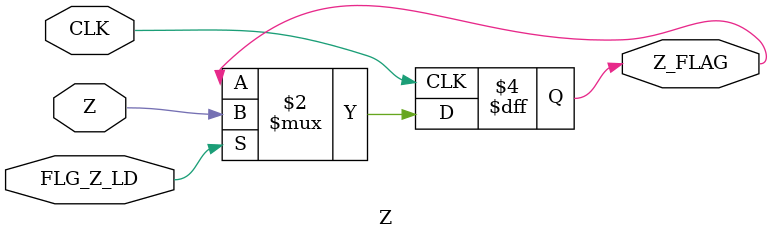
<source format=sv>
`timescale 1ns / 1ps


module Z(
    input Z,CLK,FLG_Z_LD,
    output logic Z_FLAG
    );
    
    always_ff@(posedge CLK)
    begin
        if (FLG_Z_LD)
            Z_FLAG <= Z;
    end
endmodule

</source>
